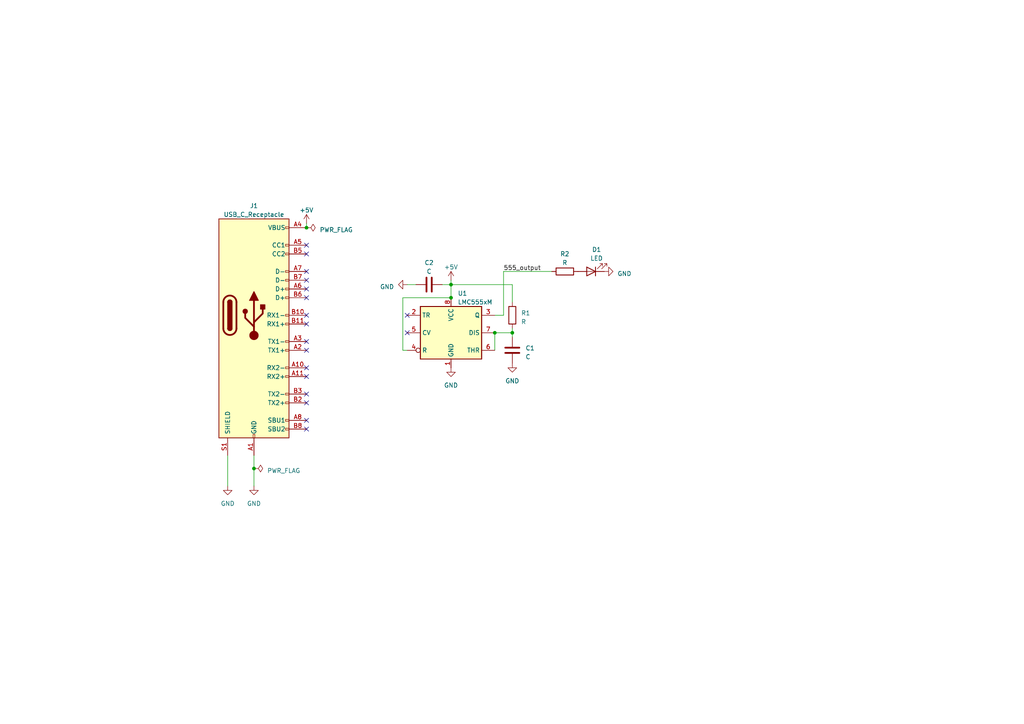
<source format=kicad_sch>
(kicad_sch (version 20230121) (generator eeschema)
  (paper "A4")
  (lib_symbols
    (symbol "Connector:USB_C_Receptacle" (pin_names (offset 1.016))
      (property "Reference" "J" (at -10.16 29.21 0))
      (property "Value" "USB_C_Receptacle" (at 10.16 29.21 0))
      (symbol "USB_C_Receptacle_0_0"
        (rectangle (start -0.254 -35.56) (end 0.254 -34.544))
        (rectangle (start 10.16 -32.766) (end 9.144 -33.274))
        (rectangle (start 10.16 -30.226) (end 9.144 -30.734))
        (rectangle (start 10.16 -25.146) (end 9.144 -25.654))
        (rectangle (start 10.16 -22.606) (end 9.144 -23.114))
        (rectangle (start 10.16 -17.526) (end 9.144 -18.034))
        (rectangle (start 10.16 -14.986) (end 9.144 -15.494))
        (rectangle (start 10.16 -9.906) (end 9.144 -10.414))
        (rectangle (start 10.16 -7.366) (end 9.144 -7.874))
        (rectangle (start 10.16 -2.286) (end 9.144 -2.794))
        (rectangle (start 10.16 0.254) (end 9.144 -0.254))
        (rectangle (start 10.16 5.334) (end 9.144 4.826))
        (rectangle (start 10.16 7.874) (end 9.144 7.366))
        (rectangle (start 10.16 10.414) (end 9.144 9.906))
        (rectangle (start 10.16 12.954) (end 9.144 12.446))
        (rectangle (start 10.16 18.034) (end 9.144 17.526))
        (rectangle (start 10.16 20.574) (end 9.144 20.066))
        (rectangle (start 10.16 25.654) (end 9.144 25.146))
      )
      (symbol "USB_C_Receptacle_0_1"
        (rectangle (start -10.16 27.94) (end 10.16 -35.56) (stroke (width 0.254)) (fill (type background)))
        (arc (start -8.89 -3.81) (mid -6.985 -5.7067) (end -5.08 -3.81) (stroke (width 0.508)))
        (arc (start -7.62 -3.81) (mid -6.985 -4.4423) (end -6.35 -3.81) (stroke (width 0.254)))
        (arc (start -7.62 -3.81) (mid -6.985 -4.4423) (end -6.35 -3.81) (stroke (width 0.254)) (fill (type outline)))
        (rectangle (start -7.62 -3.81) (end -6.35 3.81) (stroke (width 0.254)) (fill (type outline)))
        (arc (start -6.35 3.81) (mid -6.985 4.4423) (end -7.62 3.81) (stroke (width 0.254)))
        (arc (start -6.35 3.81) (mid -6.985 4.4423) (end -7.62 3.81) (stroke (width 0.254)) (fill (type outline)))
        (arc (start -5.08 3.81) (mid -6.985 5.7067) (end -8.89 3.81) (stroke (width 0.508)))
        (polyline (pts (xy -8.89 -3.81) (xy -8.89 3.81)) (stroke (width 0.508)))
        (polyline (pts (xy -5.08 3.81) (xy -5.08 -3.81)) (stroke (width 0.508)))
      )
      (symbol "USB_C_Receptacle_1_1"
        (circle (center -2.54 1.143) (radius 0.635) (stroke (width 0.254)) (fill (type outline)))
        (circle (center 0 -5.842) (radius 1.27) (fill (type outline)))
        (polyline (pts (xy 0 -5.842) (xy 0 4.318)) (stroke (width 0.508)))
        (polyline (pts (xy 0 -3.302) (xy -2.54 -0.762) (xy -2.54 0.508)) (stroke (width 0.508)))
        (polyline (pts (xy 0 -2.032) (xy 2.54 0.508) (xy 2.54 1.778)) (stroke (width 0.508)))
        (polyline (pts (xy -1.27 4.318) (xy 0 6.858) (xy 1.27 4.318) (xy -1.27 4.318)) (stroke (width 0.254)) (fill (type outline)))
        (rectangle (start 1.905 1.778) (end 3.175 3.048) (stroke (width 0.254)) (fill (type outline)))
        (pin passive line (at 0 -40.64 90) (length 5.08) (name "GND") (number "A1"))
        (pin bidirectional line (at 15.24 -15.24 180) (length 5.08) (name "RX2-") (number "A10"))
        (pin bidirectional line (at 15.24 -17.78 180) (length 5.08) (name "RX2+") (number "A11"))
        (pin passive line (at 0 -40.64 90) (length 5.08) hide (name "GND") (number "A12"))
        (pin bidirectional line (at 15.24 -10.16 180) (length 5.08) (name "TX1+") (number "A2"))
        (pin bidirectional line (at 15.24 -7.62 180) (length 5.08) (name "TX1-") (number "A3"))
        (pin passive line (at 15.24 25.4 180) (length 5.08) (name "VBUS") (number "A4"))
        (pin bidirectional line (at 15.24 20.32 180) (length 5.08) (name "CC1") (number "A5"))
        (pin bidirectional line (at 15.24 7.62 180) (length 5.08) (name "D+") (number "A6"))
        (pin bidirectional line (at 15.24 12.7 180) (length 5.08) (name "D-") (number "A7"))
        (pin bidirectional line (at 15.24 -30.48 180) (length 5.08) (name "SBU1") (number "A8"))
        (pin passive line (at 15.24 25.4 180) (length 5.08) hide (name "VBUS") (number "A9"))
        (pin passive line (at 0 -40.64 90) (length 5.08) hide (name "GND") (number "B1"))
        (pin bidirectional line (at 15.24 0 180) (length 5.08) (name "RX1-") (number "B10"))
        (pin bidirectional line (at 15.24 -2.54 180) (length 5.08) (name "RX1+") (number "B11"))
        (pin passive line (at 0 -40.64 90) (length 5.08) hide (name "GND") (number "B12"))
        (pin bidirectional line (at 15.24 -25.4 180) (length 5.08) (name "TX2+") (number "B2"))
        (pin bidirectional line (at 15.24 -22.86 180) (length 5.08) (name "TX2-") (number "B3"))
        (pin passive line (at 15.24 25.4 180) (length 5.08) hide (name "VBUS") (number "B4"))
        (pin bidirectional line (at 15.24 17.78 180) (length 5.08) (name "CC2") (number "B5"))
        (pin bidirectional line (at 15.24 5.08 180) (length 5.08) (name "D+") (number "B6"))
        (pin bidirectional line (at 15.24 10.16 180) (length 5.08) (name "D-") (number "B7"))
        (pin bidirectional line (at 15.24 -33.02 180) (length 5.08) (name "SBU2") (number "B8"))
        (pin passive line (at 15.24 25.4 180) (length 5.08) hide (name "VBUS") (number "B9"))
        (pin passive line (at -7.62 -40.64 90) (length 5.08) (name "SHIELD") (number "S1"))
      )
    )
    (symbol "Device:C" (pin_numbers hide) (pin_names (offset 0.254))
      (property "Reference" "C" (at 0.635 2.54 0))
      (property "Value" "C" (at 0.635 -2.54 0))
      (symbol "C_0_1"
        (polyline (pts (xy -2.032 -0.762) (xy 2.032 -0.762)) (stroke (width 0.508)))
        (polyline (pts (xy -2.032 0.762) (xy 2.032 0.762)) (stroke (width 0.508)))
      )
      (symbol "C_1_1"
        (pin passive line (at 0 3.81 270) (length 2.794) (name "~") (number "1"))
        (pin passive line (at 0 -3.81 90) (length 2.794) (name "~") (number "2"))
      )
    )
    (symbol "Device:LED" (pin_numbers hide) (pin_names (offset 1.016) hide)
      (property "Reference" "D" (at 0 2.54 0))
      (property "Value" "LED" (at 0 -2.54 0))
      (symbol "LED_0_1"
        (polyline (pts (xy -1.27 -1.27) (xy -1.27 1.27)) (stroke (width 0.254)))
        (polyline (pts (xy -1.27 0) (xy 1.27 0)))
        (polyline (pts (xy 1.27 -1.27) (xy 1.27 1.27) (xy -1.27 0) (xy 1.27 -1.27)) (stroke (width 0.254)))
        (polyline (pts (xy -3.048 -0.762) (xy -4.572 -2.286) (xy -3.81 -2.286) (xy -4.572 -2.286) (xy -4.572 -1.524)))
        (polyline (pts (xy -1.778 -0.762) (xy -3.302 -2.286) (xy -2.54 -2.286) (xy -3.302 -2.286) (xy -3.302 -1.524)))
      )
      (symbol "LED_1_1"
        (pin passive line (at -3.81 0 0) (length 2.54) (name "K") (number "1"))
        (pin passive line (at 3.81 0 180) (length 2.54) (name "A") (number "2"))
      )
    )
    (symbol "Device:R" (pin_numbers hide) (pin_names (offset 0))
      (property "Reference" "R" (at 2.032 0 90))
      (property "Value" "R" (at 0 0 90))
      (symbol "R_0_1"
        (rectangle (start -1.016 -2.54) (end 1.016 2.54) (stroke (width 0.254)))
      )
      (symbol "R_1_1"
        (pin passive line (at 0 3.81 270) (length 1.27) (name "~") (number "1"))
        (pin passive line (at 0 -3.81 90) (length 1.27) (name "~") (number "2"))
      )
    )
    (symbol "Timer:LMC555xM"
      (property "Reference" "U" (at -10.16 8.89 0))
      (property "Value" "LMC555xM" (at 2.54 8.89 0))
      (symbol "LMC555xM_0_0"
        (pin power_in line (at 0 -10.16 90) (length 2.54) (name "GND") (number "1"))
        (pin power_in line (at 0 10.16 270) (length 2.54) (name "VCC") (number "8"))
      )
      (symbol "LMC555xM_0_1"
        (rectangle (start -8.89 -7.62) (end 8.89 7.62) (stroke (width 0.254)) (fill (type background)))
        (rectangle (start -8.89 -7.62) (end 8.89 7.62) (stroke (width 0.254)) (fill (type background)))
      )
      (symbol "LMC555xM_1_1"
        (pin input line (at -12.7 5.08 0) (length 3.81) (name "TR") (number "2"))
        (pin output line (at 12.7 5.08 180) (length 3.81) (name "Q") (number "3"))
        (pin input inverted (at -12.7 -5.08 0) (length 3.81) (name "R") (number "4"))
        (pin input line (at -12.7 0 0) (length 3.81) (name "CV") (number "5"))
        (pin input line (at 12.7 -5.08 180) (length 3.81) (name "THR") (number "6"))
        (pin input line (at 12.7 0 180) (length 3.81) (name "DIS") (number "7"))
      )
    )
    (symbol "power:+5V" (power) (pin_names (offset 0))
      (property "Value" "+5V" (at 0 3.556 0))
      (symbol "+5V_0_1"
        (polyline (pts (xy -0.762 1.27) (xy 0 2.54)))
        (polyline (pts (xy 0 0) (xy 0 2.54)))
        (polyline (pts (xy 0 2.54) (xy 0.762 1.27)))
      )
      (symbol "+5V_1_1"
        (pin power_in line (at 0 0 90) (length 0) hide (name "+5V") (number "1"))
      )
    )
    (symbol "power:GND" (power) (pin_names (offset 0))
      (property "Value" "GND" (at 0 -3.81 0))
      (symbol "GND_0_1"
        (polyline (pts (xy 0 0) (xy 0 -1.27) (xy 1.27 -1.27) (xy 0 -2.54) (xy -1.27 -1.27) (xy 0 -1.27)))
      )
      (symbol "GND_1_1"
        (pin power_in line (at 0 0 270) (length 0) hide (name "GND") (number "1"))
      )
    )
    (symbol "power:PWR_FLAG" (power) (pin_numbers hide) (pin_names (offset 0) hide)
      (property "Value" "PWR_FLAG" (at 0 3.81 0))
      (symbol "PWR_FLAG_0_0"
        (pin power_out line (at 0 0 90) (length 0) (name "pwr") (number "1"))
      )
      (symbol "PWR_FLAG_0_1"
        (polyline (pts (xy 0 0) (xy 0 1.27) (xy -1.016 1.905) (xy 0 2.54) (xy 1.016 1.905) (xy 0 1.27)))
      )
    )
  )
  (junction (at 143.51 96.52))
  (junction (at 148.59 96.52))
  (junction (at 73.66 135.89))
  (junction (at 130.81 82.55))
  (junction (at 88.9 66.04))
  (junction (at 130.81 86.36))
  (no_connect (at 88.9 83.82))
  (no_connect (at 88.9 86.36))
  (no_connect (at 88.9 73.66))
  (no_connect (at 88.9 81.28))
  (no_connect (at 88.9 71.12))
  (no_connect (at 88.9 106.68))
  (no_connect (at 88.9 78.74))
  (no_connect (at 88.9 91.44))
  (no_connect (at 88.9 99.06))
  (no_connect (at 118.11 96.52))
  (no_connect (at 88.9 109.22))
  (no_connect (at 88.9 93.98))
  (no_connect (at 88.9 116.84))
  (no_connect (at 88.9 121.92))
  (no_connect (at 88.9 114.3))
  (no_connect (at 118.11 91.44))
  (no_connect (at 88.9 124.46))
  (no_connect (at 88.9 101.6))
  (wire (pts (xy 146.05 78.74) (xy 160.02 78.74)))
  (wire (pts (xy 88.9 64.77) (xy 88.9 66.04)))
  (wire (pts (xy 116.84 86.36) (xy 116.84 101.6)))
  (wire (pts (xy 66.04 140.97) (xy 66.04 132.08)))
  (wire (pts (xy 143.51 91.44) (xy 146.05 91.44)))
  (wire (pts (xy 130.81 82.55) (xy 130.81 86.36)))
  (wire (pts (xy 73.66 140.97) (xy 73.66 135.89)))
  (wire (pts (xy 148.59 95.25) (xy 148.59 96.52)))
  (wire (pts (xy 146.05 91.44) (xy 146.05 78.74)))
  (wire (pts (xy 143.51 96.52) (xy 148.59 96.52)))
  (wire (pts (xy 118.11 101.6) (xy 116.84 101.6)))
  (wire (pts (xy 143.51 96.52) (xy 143.51 101.6)))
  (wire (pts (xy 148.59 82.55) (xy 148.59 87.63)))
  (wire (pts (xy 148.59 96.52) (xy 148.59 97.79)))
  (wire (pts (xy 130.81 82.55) (xy 148.59 82.55)))
  (wire (pts (xy 73.66 135.89) (xy 73.66 132.08)))
  (wire (pts (xy 128.27 82.55) (xy 130.81 82.55)))
  (wire (pts (xy 118.11 82.55) (xy 120.65 82.55)))
  (wire (pts (xy 130.81 81.28) (xy 130.81 82.55)))
  (wire (pts (xy 116.84 86.36) (xy 130.81 86.36)))
  (label "555_output" (at 146.05 78.74 0))
  (symbol (lib_id "Connector:USB_C_Receptacle") (at 73.66 91.44 0) (unit 1)
    (property "Reference" "J1" (at 73.66 59.69 0))
    (property "Value" "USB_C_Receptacle" (at 73.66 62.23 0))
    (property "Footprint" "Connector_USB:USB_C_Receptacle_Molex_105450-0101" (effects hide))
    (property "Datasheet" "https://www.usb.org/sites/default/files/documents/usb_type-c.zip" (effects hide))
  )
  (symbol (lib_id "power:+5V") (at 88.9 64.77 0) (unit 1)
    (property "Reference" "#PWR05" (effects hide))
    (property "Value" "+5V" (at 88.9 60.96 0))
  )
  (symbol (lib_id "Device:C") (at 148.59 101.6 0) (unit 1)
    (property "Reference" "C1" (at 152.4 100.965 0) (effects (justify left)))
    (property "Value" "C" (at 152.4 103.505 0) (effects (justify left)))
    (property "Footprint" "Capacitor_SMD:C_0805_2012Metric" (effects hide))
  )
  (symbol (lib_id "power:GND") (at 175.26 78.74 90) (unit 1)
    (property "Reference" "#PWR08" (effects hide))
    (property "Value" "GND" (at 179.07 79.375 90) (effects (justify right)))
  )
  (symbol (lib_id "power:PWR_FLAG") (at 88.9 66.04 270) (unit 1)
    (property "Reference" "#FLG01" (effects hide))
    (property "Value" "PWR_FLAG" (at 92.71 66.675 90) (effects (justify left)))
  )
  (symbol (lib_id "Timer:LMC555xM") (at 130.81 96.52 0) (unit 1)
    (property "Reference" "U1" (at 132.7659 85.09 0) (effects (justify left)))
    (property "Value" "LMC555xM" (at 132.7659 87.63 0) (effects (justify left)))
    (property "Footprint" "Package_SO:SOIC-8_3.9x4.9mm_P1.27mm" (effects hide))
    (property "Datasheet" "http://www.ti.com/lit/ds/symlink/lmc555.pdf" (effects hide))
  )
  (symbol (lib_id "power:+5V") (at 130.81 81.28 0) (unit 1)
    (property "Reference" "#PWR01" (effects hide))
    (property "Value" "+5V" (at 130.81 77.47 0))
  )
  (symbol (lib_id "power:PWR_FLAG") (at 73.66 135.89 270) (unit 1)
    (property "Reference" "#FLG02" (effects hide))
    (property "Value" "PWR_FLAG" (at 77.47 136.525 90) (effects (justify left)))
  )
  (symbol (lib_id "Device:LED") (at 171.45 78.74 180) (unit 1)
    (property "Reference" "D1" (at 173.0375 72.39 0))
    (property "Value" "LED" (at 173.0375 74.93 0))
    (property "Footprint" "LED_SMD:LED_0603_1608Metric" (effects hide))
  )
  (symbol (lib_id "power:GND") (at 130.81 106.68 0) (unit 1)
    (property "Reference" "#PWR02" (effects hide))
    (property "Value" "GND" (at 130.81 111.76 0))
  )
  (symbol (lib_id "power:GND") (at 73.66 140.97 0) (unit 1)
    (property "Reference" "#PWR06" (effects hide))
    (property "Value" "GND" (at 73.66 146.05 0))
  )
  (symbol (lib_id "Device:R") (at 148.59 91.44 0) (unit 1)
    (property "Reference" "R1" (at 151.13 90.805 0) (effects (justify left)))
    (property "Value" "R" (at 151.13 93.345 0) (effects (justify left)))
    (property "Footprint" "Resistor_SMD:R_1210_3225Metric" (effects hide))
  )
  (symbol (lib_id "power:GND") (at 148.59 105.41 0) (unit 1)
    (property "Reference" "#PWR03" (effects hide))
    (property "Value" "GND" (at 148.59 110.49 0))
  )
  (symbol (lib_id "power:GND") (at 66.04 140.97 0) (unit 1)
    (property "Reference" "#PWR07" (effects hide))
    (property "Value" "GND" (at 66.04 146.05 0))
  )
  (symbol (lib_id "Device:R") (at 163.83 78.74 90) (unit 1)
    (property "Reference" "R2" (at 163.83 73.66 90))
    (property "Value" "R" (at 163.83 76.2 90))
    (property "Footprint" "Resistor_SMD:R_1210_3225Metric" (effects hide))
  )
  (symbol (lib_id "Device:C") (at 124.46 82.55 90) (unit 1)
    (property "Reference" "C2" (at 124.46 76.2 90))
    (property "Value" "C" (at 124.46 78.74 90))
    (property "Footprint" "Capacitor_SMD:C_0805_2012Metric" (effects hide))
  )
  (symbol (lib_id "power:GND") (at 118.11 82.55 270) (unit 1)
    (property "Reference" "#PWR04" (effects hide))
    (property "Value" "GND" (at 114.3 83.185 90) (effects (justify right)))
  )
)
</source>
